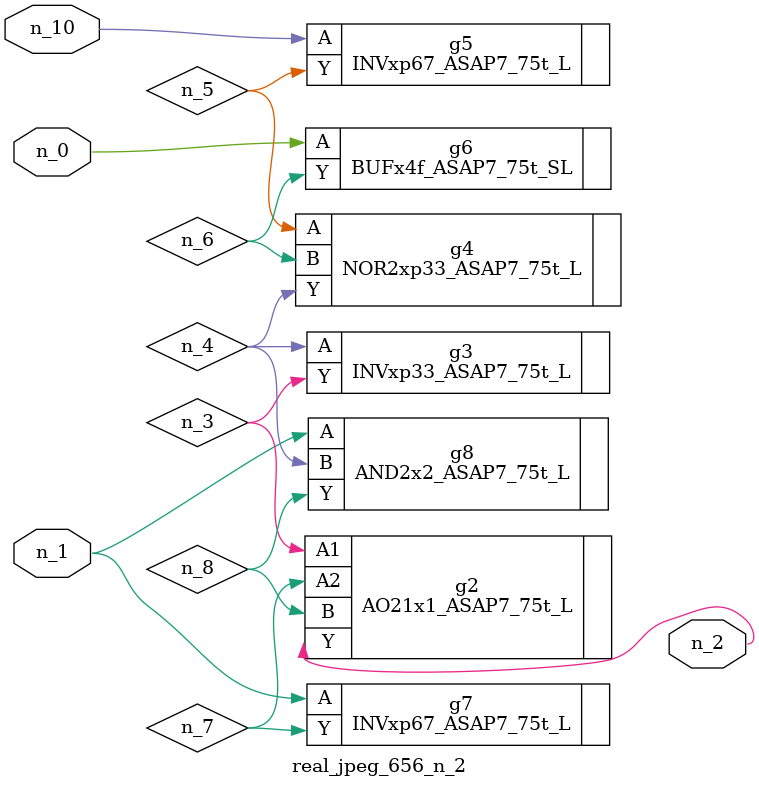
<source format=v>
module real_jpeg_656_n_2 (n_1, n_10, n_0, n_2);

input n_1;
input n_10;
input n_0;

output n_2;

wire n_5;
wire n_4;
wire n_8;
wire n_6;
wire n_7;
wire n_3;

BUFx4f_ASAP7_75t_SL g6 ( 
.A(n_0),
.Y(n_6)
);

INVxp67_ASAP7_75t_L g7 ( 
.A(n_1),
.Y(n_7)
);

AND2x2_ASAP7_75t_L g8 ( 
.A(n_1),
.B(n_4),
.Y(n_8)
);

AO21x1_ASAP7_75t_L g2 ( 
.A1(n_3),
.A2(n_7),
.B(n_8),
.Y(n_2)
);

INVxp33_ASAP7_75t_L g3 ( 
.A(n_4),
.Y(n_3)
);

NOR2xp33_ASAP7_75t_L g4 ( 
.A(n_5),
.B(n_6),
.Y(n_4)
);

INVxp67_ASAP7_75t_L g5 ( 
.A(n_10),
.Y(n_5)
);


endmodule
</source>
